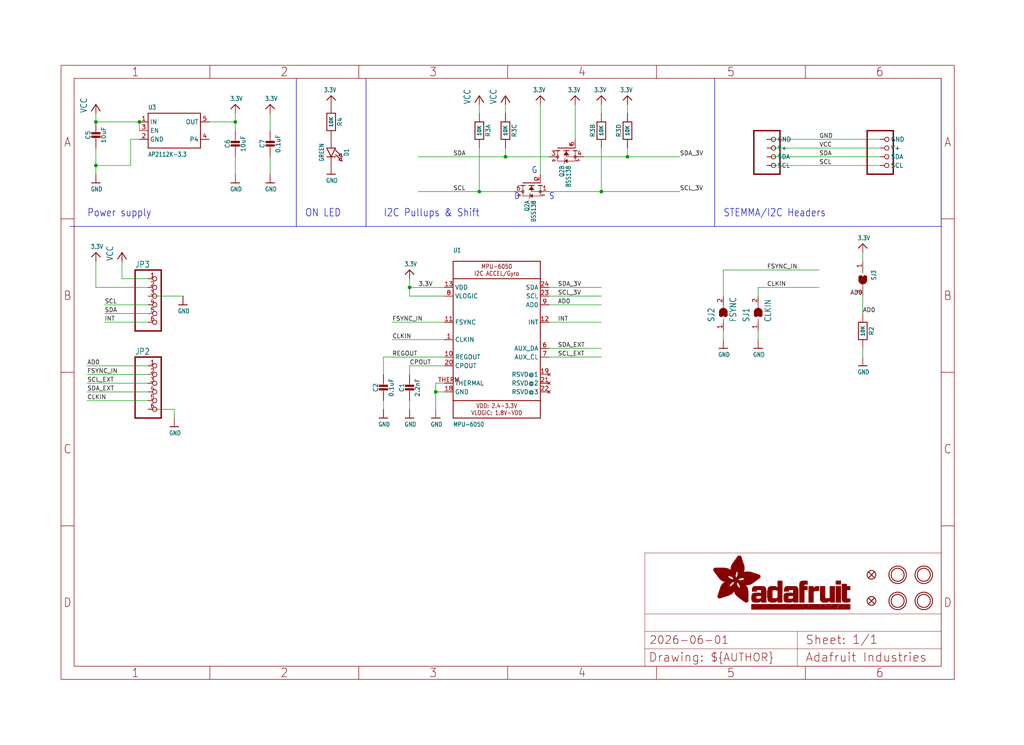
<source format=kicad_sch>
(kicad_sch (version 20230121) (generator eeschema)
  (paper "User" 298.45 217.322)
  (lib_symbols
    (symbol "Adafruit MPU6050-eagle-import:3.3V" (power)
      (property "Value" "3.3V" (at -1.524 1.016 0))
      (symbol "3.3V_1_0"
        (pin power_in line (at 0 -2.54 90) (length 2.54) (name "3.3V") (number "1"))
      )
    )
    (symbol "Adafruit MPU6050-eagle-import:CAP_CERAMIC0603_NO"
      (property "Reference" "C" (at -2.29 1.25 90))
      (symbol "CAP_CERAMIC0603_NO_1_0"
        (pin passive line (at 0 5.08 270) (length 2.54) (name "1") (number "1"))
        (pin passive line (at 0 -2.54 90) (length 2.54) (name "2") (number "2"))
      )
    )
    (symbol "Adafruit MPU6050-eagle-import:CAP_CERAMIC0805-NOOUTLINE"
      (property "Reference" "C" (at -2.29 1.25 90))
      (symbol "CAP_CERAMIC0805-NOOUTLINE_1_0"
        (pin passive line (at 0 5.08 270) (length 2.54) (name "1") (number "1"))
        (pin passive line (at 0 -2.54 90) (length 2.54) (name "2") (number "2"))
      )
    )
    (symbol "Adafruit MPU6050-eagle-import:FIDUCIAL_1MM")
    (symbol "Adafruit MPU6050-eagle-import:FRAME_A4_ADAFRUIT"
      (symbol "FRAME_A4_ADAFRUIT_1_0"
        (text "${#}/${##}" (at 230.505 10.16 0) (effects (font (size 2.54 2.54)) (justify left bottom)))
        (text "${AUTHOR}" (at 189.23 5.08 0) (effects (font (size 2.286 2.286)) (justify left bottom)))
        (text "${CURRENT_DATE}" (at 171.45 10.16 0) (effects (font (size 2.286 2.286)) (justify left bottom)))
        (text "${PROJECTNAME}" (at 171.45 15.24 0) (effects (font (size 2.54 2.54)) (justify left bottom)))
        (text "1" (at 21.6958 1.905 0) (effects (font (size 2.54 2.286))))
        (text "1" (at 21.6958 177.165 0) (effects (font (size 2.54 2.286))))
        (text "2" (at 65.0875 1.905 0) (effects (font (size 2.54 2.286))))
        (text "2" (at 65.0875 177.165 0) (effects (font (size 2.54 2.286))))
        (text "3" (at 108.4792 1.905 0) (effects (font (size 2.54 2.286))))
        (text "3" (at 108.4792 177.165 0) (effects (font (size 2.54 2.286))))
        (text "4" (at 151.8708 1.905 0) (effects (font (size 2.54 2.286))))
        (text "4" (at 151.8708 177.165 0) (effects (font (size 2.54 2.286))))
        (text "5" (at 195.2625 1.905 0) (effects (font (size 2.54 2.286))))
        (text "5" (at 195.2625 177.165 0) (effects (font (size 2.54 2.286))))
        (text "6" (at 238.6542 1.905 0) (effects (font (size 2.54 2.286))))
        (text "6" (at 238.6542 177.165 0) (effects (font (size 2.54 2.286))))
        (text "A" (at 1.905 156.6863 0) (effects (font (size 2.54 2.286))))
        (text "A" (at 258.445 156.6863 0) (effects (font (size 2.54 2.286))))
        (text "Adafruit Industries" (at 216.916 4.953 0) (effects (font (size 2.54 2.54)) (justify left bottom)))
        (text "B" (at 1.905 111.9188 0) (effects (font (size 2.54 2.286))))
        (text "B" (at 258.445 111.9188 0) (effects (font (size 2.54 2.286))))
        (text "C" (at 1.905 67.1513 0) (effects (font (size 2.54 2.286))))
        (text "C" (at 258.445 67.1513 0) (effects (font (size 2.54 2.286))))
        (text "D" (at 1.905 22.3838 0) (effects (font (size 2.54 2.286))))
        (text "D" (at 258.445 22.3838 0) (effects (font (size 2.54 2.286))))
        (text "Drawing:" (at 171.196 4.953 0) (effects (font (size 2.54 2.54)) (justify left bottom)))
        (text "Sheet:" (at 216.916 10.033 0) (effects (font (size 2.54 2.54)) (justify left bottom)))
      )
    )
    (symbol "Adafruit MPU6050-eagle-import:GND" (power)
      (property "Value" "GND" (at -1.524 -2.54 0))
      (symbol "GND_1_0"
        (pin power_in line (at 0 2.54 270) (length 2.54) (name "GND") (number "1"))
      )
    )
    (symbol "Adafruit MPU6050-eagle-import:HEADER-1X670MIL"
      (property "Reference" "JP" (at -6.35 10.795 0))
      (symbol "HEADER-1X670MIL_1_0"
        (pin passive inverted (at -2.54 7.62 0) (length 2.54) (name "1") (number "1"))
        (pin passive inverted (at -2.54 5.08 0) (length 2.54) (name "2") (number "2"))
        (pin passive inverted (at -2.54 2.54 0) (length 2.54) (name "3") (number "3"))
        (pin passive inverted (at -2.54 0 0) (length 2.54) (name "4") (number "4"))
        (pin passive inverted (at -2.54 -2.54 0) (length 2.54) (name "5") (number "5"))
        (pin passive inverted (at -2.54 -5.08 0) (length 2.54) (name "6") (number "6"))
      )
    )
    (symbol "Adafruit MPU6050-eagle-import:HEADER-1X6ROUND"
      (property "Reference" "JP" (at -6.35 10.795 0))
      (symbol "HEADER-1X6ROUND_1_0"
        (pin passive inverted (at -2.54 7.62 0) (length 2.54) (name "1") (number "1"))
        (pin passive inverted (at -2.54 5.08 0) (length 2.54) (name "2") (number "2"))
        (pin passive inverted (at -2.54 2.54 0) (length 2.54) (name "3") (number "3"))
        (pin passive inverted (at -2.54 0 0) (length 2.54) (name "4") (number "4"))
        (pin passive inverted (at -2.54 -2.54 0) (length 2.54) (name "5") (number "5"))
        (pin passive inverted (at -2.54 -5.08 0) (length 2.54) (name "6") (number "6"))
      )
    )
    (symbol "Adafruit MPU6050-eagle-import:LED0603_NOOUTLINE"
      (property "Reference" "D" (at -1.27 4.445 0))
      (symbol "LED0603_NOOUTLINE_1_0"
        (pin passive line (at -5.08 0 0) (length 2.54) (name "A") (number "A"))
        (pin passive line (at 2.54 0 180) (length 2.54) (name "C") (number "C"))
      )
    )
    (symbol "Adafruit MPU6050-eagle-import:MOSFET-N_DUAL"
      (property "Reference" "Q" (at 5.08 0.635 0))
      (symbol "MOSFET-N_DUAL_1_0"
        (text "D" (at 3.175 3.175 0) (effects (font (size 0.8128 0.6908)) (justify left bottom)))
        (text "G" (at -1.27 -1.905 0) (effects (font (size 0.8128 0.6908)) (justify left bottom)))
        (text "S" (at 3.175 -3.81 0) (effects (font (size 0.8128 0.6908)) (justify left bottom)))
        (pin bidirectional line (at 2.54 -5.08 90) (length 2.54) (name "S") (number "1"))
        (pin bidirectional line (at -2.54 -2.54 0) (length 2.54) (name "G") (number "2"))
        (pin bidirectional line (at 2.54 5.08 270) (length 2.54) (name "D") (number "6"))
      )
      (symbol "MOSFET-N_DUAL_2_0"
        (text "D" (at 3.175 3.175 0) (effects (font (size 0.8128 0.6908)) (justify left bottom)))
        (text "G" (at -1.27 -1.905 0) (effects (font (size 0.8128 0.6908)) (justify left bottom)))
        (text "S" (at 3.175 -3.81 0) (effects (font (size 0.8128 0.6908)) (justify left bottom)))
        (pin bidirectional line (at 2.54 5.08 270) (length 2.54) (name "D") (number "3"))
        (pin bidirectional line (at 2.54 -5.08 90) (length 2.54) (name "S") (number "4"))
        (pin bidirectional line (at -2.54 -2.54 0) (length 2.54) (name "G") (number "5"))
      )
    )
    (symbol "Adafruit MPU6050-eagle-import:MOUNTINGHOLE2.5")
    (symbol "Adafruit MPU6050-eagle-import:MPU-6050"
      (property "Reference" "U" (at -12.7 25.4 0))
      (symbol "MPU-6050_1_0"
        (text "MPU-6050\nI2C ACCEL/Gyro" (at 0 20.32 0) (effects (font (size 1.27 1.0795))))
        (text "VDD: 2.4-3.3V\nVLOGIC: 1.8V-VDD" (at 0 -20.32 0) (effects (font (size 1.27 1.0795))))
        (pin input line (at -15.24 0 0) (length 2.54) (name "CLKIN") (number "1"))
        (pin passive line (at -15.24 -5.08 0) (length 2.54) (name "REGOUT") (number "10"))
        (pin input line (at -15.24 5.08 0) (length 2.54) (name "FSYNC") (number "11"))
        (pin output line (at 15.24 5.08 180) (length 2.54) (name "INT") (number "12"))
        (pin power_in line (at -15.24 15.24 0) (length 2.54) (name "VDD") (number "13"))
        (pin power_in line (at -15.24 -15.24 0) (length 2.54) (name "GND") (number "18"))
        (pin no_connect line (at 15.24 -10.16 180) (length 2.54) (name "RSVD@1") (number "19"))
        (pin passive line (at -15.24 -7.62 0) (length 2.54) (name "CPOUT") (number "20"))
        (pin no_connect line (at 15.24 -12.7 180) (length 2.54) (name "RSVD@2") (number "21"))
        (pin no_connect line (at 15.24 -15.24 180) (length 2.54) (name "RSVD@3") (number "22"))
        (pin bidirectional line (at 15.24 12.7 180) (length 2.54) (name "SCL") (number "23"))
        (pin bidirectional line (at 15.24 15.24 180) (length 2.54) (name "SDA") (number "24"))
        (pin bidirectional line (at 15.24 -2.54 180) (length 2.54) (name "AUX_DA") (number "6"))
        (pin bidirectional line (at 15.24 -5.08 180) (length 2.54) (name "AUX_CL") (number "7"))
        (pin power_in line (at -15.24 12.7 0) (length 2.54) (name "VLOGIC") (number "8"))
        (pin input line (at 15.24 10.16 180) (length 2.54) (name "AD0") (number "9"))
        (pin power_in line (at -15.24 -12.7 0) (length 2.54) (name "THERMAL") (number "THERM"))
      )
    )
    (symbol "Adafruit MPU6050-eagle-import:RESISTOR_0603_NOOUT"
      (property "Reference" "R" (at 0 2.54 0))
      (symbol "RESISTOR_0603_NOOUT_1_0"
        (pin passive line (at -5.08 0 0) (length 2.54) (name "1") (number "1"))
        (pin passive line (at 5.08 0 180) (length 2.54) (name "2") (number "2"))
      )
    )
    (symbol "Adafruit MPU6050-eagle-import:RESISTOR_4PACK"
      (property "Reference" "R" (at 0 2.54 0))
      (symbol "RESISTOR_4PACK_1_0"
        (pin passive line (at -5.08 0 0) (length 2.54) (name "1") (number "1"))
        (pin passive line (at 5.08 0 180) (length 2.54) (name "2") (number "8"))
      )
      (symbol "RESISTOR_4PACK_2_0"
        (pin passive line (at -5.08 0 0) (length 2.54) (name "1") (number "2"))
        (pin passive line (at 5.08 0 180) (length 2.54) (name "2") (number "7"))
      )
      (symbol "RESISTOR_4PACK_3_0"
        (pin passive line (at -5.08 0 0) (length 2.54) (name "1") (number "3"))
        (pin passive line (at 5.08 0 180) (length 2.54) (name "2") (number "6"))
      )
      (symbol "RESISTOR_4PACK_4_0"
        (pin passive line (at -5.08 0 0) (length 2.54) (name "1") (number "4"))
        (pin passive line (at 5.08 0 180) (length 2.54) (name "2") (number "5"))
      )
    )
    (symbol "Adafruit MPU6050-eagle-import:SOLDERJUMPER"
      (property "Reference" "SJ" (at -2.54 2.54 0))
      (symbol "SOLDERJUMPER_1_0"
        (pin passive line (at -5.08 0 0) (length 2.54) (name "1") (number "1"))
        (pin passive line (at 5.08 0 180) (length 2.54) (name "2") (number "2"))
      )
    )
    (symbol "Adafruit MPU6050-eagle-import:SOLDERJUMPER_CLOSED"
      (property "Reference" "SJ" (at -2.54 2.54 0))
      (symbol "SOLDERJUMPER_CLOSED_1_0"
        (pin passive line (at -5.08 0 0) (length 2.54) (name "1") (number "1"))
        (pin passive line (at 5.08 0 180) (length 2.54) (name "2") (number "2"))
      )
    )
    (symbol "Adafruit MPU6050-eagle-import:STEMMA_I2C_QT"
      (symbol "STEMMA_I2C_QT_1_0"
        (pin passive inverted (at 0 5.08 0) (length 2.54) (name "GND") (number "1"))
        (pin passive inverted (at 0 2.54 0) (length 2.54) (name "V+") (number "2"))
        (pin passive inverted (at 0 0 0) (length 2.54) (name "SDA") (number "3"))
        (pin passive inverted (at 0 -2.54 0) (length 2.54) (name "SCL") (number "4"))
      )
      (symbol "STEMMA_I2C_QT_2_0"
        (pin bidirectional line (at 0 0 0) (length 5.08) (name "MT") (number "MT1"))
      )
      (symbol "STEMMA_I2C_QT_3_0"
        (pin bidirectional line (at 0 0 0) (length 5.08) (name "MT") (number "MT2"))
      )
    )
    (symbol "Adafruit MPU6050-eagle-import:VCC" (power)
      (property "Value" "VCC" (at -2.54 -2.54 90))
      (symbol "VCC_1_0"
        (pin power_in line (at 0 -2.54 90) (length 2.54) (name "VCC") (number "1"))
      )
    )
    (symbol "Adafruit MPU6050-eagle-import:VREG_SOT23-5"
      (property "Reference" "U" (at -7.62 6.096 0))
      (symbol "VREG_SOT23-5_1_0"
        (pin power_in line (at -10.16 2.54 0) (length 2.54) (name "IN") (number "1"))
        (pin power_in line (at -10.16 -2.54 0) (length 2.54) (name "GND") (number "2"))
        (pin input line (at -10.16 0 0) (length 2.54) (name "EN") (number "3"))
        (pin bidirectional line (at 10.16 -2.54 180) (length 2.54) (name "P4") (number "4"))
        (pin power_in line (at 10.16 2.54 180) (length 2.54) (name "OUT") (number "5"))
      )
    )
  )
  (junction (at 27.94 48.26))
  (junction (at 127 114.3))
  (junction (at 27.94 35.56))
  (junction (at 40.64 35.56))
  (junction (at 182.88 45.72))
  (junction (at 175.26 55.88))
  (junction (at 119.38 83.82))
  (junction (at 147.32 45.72))
  (junction (at 139.7 55.88))
  (junction (at 68.58 35.56))
  (wire (pts (xy 27.94 33.02) (xy 27.94 35.56)) (stroke (width 0.1524)))
  (wire (pts (xy 147.32 45.72) (xy 121.92 45.72)) (stroke (width 0.1524)))
  (wire (pts (xy 175.26 33.02) (xy 175.26 30.48)) (stroke (width 0.1524)))
  (wire (pts (xy 223.52 48.26) (xy 256.54 48.26)) (stroke (width 0.1524)))
  (polyline (pts (xy 274.32 22.86) (xy 274.32 66.04)) (stroke (width 0.1524) (type solid)))
  (wire (pts (xy 40.64 38.1) (xy 40.64 35.56)) (stroke (width 0.1524)))
  (wire (pts (xy 251.46 76.2) (xy 251.46 73.66)) (stroke (width 0.1524)))
  (wire (pts (xy 129.54 99.06) (xy 114.3 99.06)) (stroke (width 0.1524)))
  (wire (pts (xy 220.98 86.36) (xy 220.98 83.82)) (stroke (width 0.1524)))
  (wire (pts (xy 139.7 43.18) (xy 139.7 55.88)) (stroke (width 0.1524)))
  (wire (pts (xy 167.64 40.64) (xy 167.64 30.48)) (stroke (width 0.1524)))
  (wire (pts (xy 127 111.76) (xy 127 114.3)) (stroke (width 0.1524)))
  (wire (pts (xy 170.18 45.72) (xy 182.88 45.72)) (stroke (width 0.1524)))
  (wire (pts (xy 27.94 48.26) (xy 27.94 43.18)) (stroke (width 0.1524)))
  (wire (pts (xy 129.54 86.36) (xy 119.38 86.36)) (stroke (width 0.1524)))
  (wire (pts (xy 238.76 83.82) (xy 220.98 83.82)) (stroke (width 0.1524)))
  (wire (pts (xy 68.58 35.56) (xy 68.58 33.02)) (stroke (width 0.1524)))
  (wire (pts (xy 175.26 43.18) (xy 175.26 55.88)) (stroke (width 0.1524)))
  (wire (pts (xy 127 114.3) (xy 127 119.38)) (stroke (width 0.1524)))
  (polyline (pts (xy 106.68 66.04) (xy 208.28 66.04)) (stroke (width 0.1524) (type solid)))
  (wire (pts (xy 25.4 111.76) (xy 43.18 111.76)) (stroke (width 0.1524)))
  (wire (pts (xy 210.82 86.36) (xy 210.82 78.74)) (stroke (width 0.1524)))
  (wire (pts (xy 251.46 86.36) (xy 251.46 91.44)) (stroke (width 0.1524)))
  (wire (pts (xy 43.18 86.36) (xy 53.34 86.36)) (stroke (width 0.1524)))
  (wire (pts (xy 111.76 116.84) (xy 111.76 119.38)) (stroke (width 0.1524)))
  (wire (pts (xy 25.4 106.68) (xy 43.18 106.68)) (stroke (width 0.1524)))
  (wire (pts (xy 129.54 104.14) (xy 111.76 104.14)) (stroke (width 0.1524)))
  (wire (pts (xy 147.32 43.18) (xy 147.32 45.72)) (stroke (width 0.1524)))
  (wire (pts (xy 40.64 35.56) (xy 27.94 35.56)) (stroke (width 0.1524)))
  (wire (pts (xy 160.02 104.14) (xy 175.26 104.14)) (stroke (width 0.1524)))
  (wire (pts (xy 139.7 55.88) (xy 121.92 55.88)) (stroke (width 0.1524)))
  (wire (pts (xy 160.02 55.88) (xy 175.26 55.88)) (stroke (width 0.1524)))
  (wire (pts (xy 38.1 48.26) (xy 27.94 48.26)) (stroke (width 0.1524)))
  (wire (pts (xy 43.18 91.44) (xy 30.48 91.44)) (stroke (width 0.1524)))
  (polyline (pts (xy 20.32 66.04) (xy 86.36 66.04)) (stroke (width 0.1524) (type solid)))
  (wire (pts (xy 139.7 30.48) (xy 139.7 33.02)) (stroke (width 0.1524)))
  (wire (pts (xy 129.54 83.82) (xy 119.38 83.82)) (stroke (width 0.1524)))
  (wire (pts (xy 256.54 45.72) (xy 223.52 45.72)) (stroke (width 0.1524)))
  (polyline (pts (xy 208.28 66.04) (xy 274.32 66.04)) (stroke (width 0.1524) (type solid)))
  (wire (pts (xy 223.52 43.18) (xy 256.54 43.18)) (stroke (width 0.1524)))
  (wire (pts (xy 78.74 45.72) (xy 78.74 50.8)) (stroke (width 0.1524)))
  (wire (pts (xy 119.38 83.82) (xy 119.38 81.28)) (stroke (width 0.1524)))
  (polyline (pts (xy 106.68 22.86) (xy 106.68 66.04)) (stroke (width 0.1524) (type solid)))
  (wire (pts (xy 43.18 83.82) (xy 27.94 83.82)) (stroke (width 0.1524)))
  (wire (pts (xy 43.18 88.9) (xy 30.48 88.9)) (stroke (width 0.1524)))
  (wire (pts (xy 111.76 104.14) (xy 111.76 109.22)) (stroke (width 0.1524)))
  (wire (pts (xy 160.02 101.6) (xy 175.26 101.6)) (stroke (width 0.1524)))
  (wire (pts (xy 43.18 119.38) (xy 50.8 119.38)) (stroke (width 0.1524)))
  (wire (pts (xy 114.3 93.98) (xy 129.54 93.98)) (stroke (width 0.1524)))
  (wire (pts (xy 160.02 93.98) (xy 175.26 93.98)) (stroke (width 0.1524)))
  (wire (pts (xy 160.02 86.36) (xy 175.26 86.36)) (stroke (width 0.1524)))
  (wire (pts (xy 27.94 48.26) (xy 27.94 50.8)) (stroke (width 0.1524)))
  (polyline (pts (xy 208.28 22.86) (xy 208.28 66.04)) (stroke (width 0.1524) (type solid)))
  (wire (pts (xy 129.54 114.3) (xy 127 114.3)) (stroke (width 0.1524)))
  (wire (pts (xy 43.18 93.98) (xy 30.48 93.98)) (stroke (width 0.1524)))
  (wire (pts (xy 25.4 114.3) (xy 43.18 114.3)) (stroke (width 0.1524)))
  (wire (pts (xy 147.32 33.02) (xy 147.32 30.48)) (stroke (width 0.1524)))
  (wire (pts (xy 182.88 33.02) (xy 182.88 30.48)) (stroke (width 0.1524)))
  (wire (pts (xy 119.38 86.36) (xy 119.38 83.82)) (stroke (width 0.1524)))
  (wire (pts (xy 68.58 35.56) (xy 68.58 38.1)) (stroke (width 0.1524)))
  (polyline (pts (xy 86.36 66.04) (xy 106.68 66.04)) (stroke (width 0.1524) (type solid)))
  (wire (pts (xy 119.38 106.68) (xy 119.38 109.22)) (stroke (width 0.1524)))
  (wire (pts (xy 25.4 109.22) (xy 43.18 109.22)) (stroke (width 0.1524)))
  (wire (pts (xy 60.96 35.56) (xy 68.58 35.56)) (stroke (width 0.1524)))
  (polyline (pts (xy 86.36 22.86) (xy 86.36 66.04)) (stroke (width 0.1524) (type solid)))
  (wire (pts (xy 175.26 55.88) (xy 198.12 55.88)) (stroke (width 0.1524)))
  (wire (pts (xy 157.48 50.8) (xy 157.48 30.48)) (stroke (width 0.1524)))
  (wire (pts (xy 119.38 116.84) (xy 119.38 119.38)) (stroke (width 0.1524)))
  (wire (pts (xy 182.88 43.18) (xy 182.88 45.72)) (stroke (width 0.1524)))
  (wire (pts (xy 35.56 81.28) (xy 35.56 76.2)) (stroke (width 0.1524)))
  (wire (pts (xy 43.18 81.28) (xy 35.56 81.28)) (stroke (width 0.1524)))
  (wire (pts (xy 160.02 88.9) (xy 175.26 88.9)) (stroke (width 0.1524)))
  (wire (pts (xy 43.18 116.84) (xy 25.4 116.84)) (stroke (width 0.1524)))
  (wire (pts (xy 210.82 96.52) (xy 210.82 99.06)) (stroke (width 0.1524)))
  (wire (pts (xy 129.54 106.68) (xy 119.38 106.68)) (stroke (width 0.1524)))
  (wire (pts (xy 160.02 45.72) (xy 147.32 45.72)) (stroke (width 0.1524)))
  (wire (pts (xy 27.94 83.82) (xy 27.94 76.2)) (stroke (width 0.1524)))
  (wire (pts (xy 129.54 111.76) (xy 127 111.76)) (stroke (width 0.1524)))
  (wire (pts (xy 251.46 101.6) (xy 251.46 104.14)) (stroke (width 0.1524)))
  (wire (pts (xy 220.98 96.52) (xy 220.98 99.06)) (stroke (width 0.1524)))
  (wire (pts (xy 256.54 40.64) (xy 223.52 40.64)) (stroke (width 0.1524)))
  (wire (pts (xy 149.86 55.88) (xy 139.7 55.88)) (stroke (width 0.1524)))
  (wire (pts (xy 38.1 40.64) (xy 38.1 48.26)) (stroke (width 0.1524)))
  (wire (pts (xy 50.8 119.38) (xy 50.8 121.92)) (stroke (width 0.1524)))
  (wire (pts (xy 68.58 45.72) (xy 68.58 50.8)) (stroke (width 0.1524)))
  (wire (pts (xy 40.64 40.64) (xy 38.1 40.64)) (stroke (width 0.1524)))
  (wire (pts (xy 210.82 78.74) (xy 238.76 78.74)) (stroke (width 0.1524)))
  (wire (pts (xy 182.88 45.72) (xy 198.12 45.72)) (stroke (width 0.1524)))
  (wire (pts (xy 78.74 33.02) (xy 78.74 38.1)) (stroke (width 0.1524)))
  (wire (pts (xy 160.02 83.82) (xy 175.26 83.82)) (stroke (width 0.1524)))
  (text "G" (at 154.94 50.8 0) (effects (font (size 1.778 1.5113)) (justify left bottom)))
  (text "Power supply" (at 25.4 63.5 0) (effects (font (size 2.1844 1.8567)) (justify left bottom)))
  (text "D" (at 149.86 58.42 0) (effects (font (size 1.778 1.5113)) (justify left bottom)))
  (text "ON LED" (at 88.9 63.5 0) (effects (font (size 2.1844 1.8567)) (justify left bottom)))
  (text "I2C Pullups & Shift" (at 111.76 63.5 0) (effects (font (size 2.1844 1.8567)) (justify left bottom)))
  (text "S" (at 160.02 58.42 0) (effects (font (size 1.778 1.5113)) (justify left bottom)))
  (text "STEMMA/I2C Headers" (at 210.82 63.5 0) (effects (font (size 2.1844 1.8567)) (justify left bottom)))
  (label "GND" (at 238.76 40.64 0) (effects (font (size 1.2446 1.2446))))
  (label "CPOUT" (at 119.38 106.68 0) (effects (font (size 1.2446 1.2446))))
  (label "VCC" (at 238.76 43.18 0) (effects (font (size 1.2446 1.2446))))
  (label "CLKIN" (at 223.52 83.82 0) (effects (font (size 1.2446 1.2446))))
  (label "FSYNC_IN" (at 25.4 109.22 0) (effects (font (size 1.2446 1.2446))))
  (label "SCL_EXT" (at 162.56 104.14 0) (effects (font (size 1.2446 1.2446))))
  (label "AD0" (at 162.56 88.9 0) (effects (font (size 1.2446 1.2446))))
  (label "SCL_3V" (at 162.56 86.36 0) (effects (font (size 1.2446 1.2446))))
  (label "AD0" (at 25.4 106.68 0) (effects (font (size 1.2446 1.2446))))
  (label "SCL" (at 238.76 48.26 0) (effects (font (size 1.2446 1.2446))))
  (label "SDA" (at 132.08 45.72 0) (effects (font (size 1.2446 1.2446))))
  (label "AD0" (at 251.46 86.36 180) (effects (font (size 1.2446 1.2446))))
  (label "SCL" (at 30.48 88.9 0) (effects (font (size 1.2446 1.2446))))
  (label "CLKIN" (at 114.3 99.06 0) (effects (font (size 1.2446 1.2446))))
  (label "SDA_EXT" (at 25.4 114.3 0) (effects (font (size 1.2446 1.2446))))
  (label "REGOUT" (at 114.3 104.14 0) (effects (font (size 1.2446 1.2446))))
  (label "SCL" (at 132.08 55.88 0) (effects (font (size 1.2446 1.2446))))
  (label "CLKIN" (at 25.4 116.84 0) (effects (font (size 1.2446 1.2446))))
  (label "SCL_EXT" (at 25.4 111.76 0) (effects (font (size 1.2446 1.2446))))
  (label "FSYNC_IN" (at 223.52 78.74 0) (effects (font (size 1.2446 1.2446))))
  (label "SDA" (at 30.48 91.44 0) (effects (font (size 1.2446 1.2446))))
  (label "SDA" (at 238.76 45.72 0) (effects (font (size 1.2446 1.2446))))
  (label "SCL_3V" (at 198.12 55.88 0) (effects (font (size 1.2446 1.2446))))
  (label "3.3V" (at 121.92 83.82 0) (effects (font (size 1.2446 1.2446))))
  (label "INT" (at 30.48 93.98 0) (effects (font (size 1.2446 1.2446))))
  (label "SDA_EXT" (at 162.56 101.6 0) (effects (font (size 1.2446 1.2446))))
  (label "AD0" (at 251.46 91.44 0) (effects (font (size 1.2446 1.2446))))
  (label "INT" (at 162.56 93.98 0) (effects (font (size 1.2446 1.2446))))
  (label "FSYNC_IN" (at 114.3 93.98 0) (effects (font (size 1.2446 1.2446))))
  (label "SDA_3V" (at 162.56 83.82 0) (effects (font (size 1.2446 1.2446))))
  (label "SDA_3V" (at 198.12 45.72 0) (effects (font (size 1.2446 1.2446))))
  (symbol (lib_id "Adafruit MPU6050-eagle-import:GND") (at 53.34 88.9 0) (unit 1)
    (property "Reference" "#U$29" (effects hide))
    (property "Value" "GND" (at 51.816 91.44 0) (effects (font (size 1.27 1.0795)) (justify left bottom)))
  )
  (symbol (lib_id "Adafruit MPU6050-eagle-import:MOSFET-N_DUAL") (at 154.94 53.34 90) (mirror x) (unit 1)
    (property "Reference" "Q2" (at 154.305 58.42 0) (effects (font (size 1.27 1.0795)) (justify left bottom)))
    (property "Value" "BSS138" (at 156.21 58.42 0) (effects (font (size 1.27 1.0795)) (justify left bottom)))
    (property "Footprint" "Adafruit MPU6050:SOT363" (effects hide))
  )
  (symbol (lib_id "Adafruit MPU6050-eagle-import:CAP_CERAMIC0805-NOOUTLINE") (at 68.58 43.18 0) (unit 1)
    (property "Reference" "C6" (at 66.29 41.93 90))
    (property "Value" "10uF" (at 70.88 41.93 90))
    (property "Footprint" "Adafruit MPU6050:0805-NO" (effects hide))
  )
  (symbol (lib_id "Adafruit MPU6050-eagle-import:FRAME_A4_ADAFRUIT") (at 17.78 198.12 0) (unit 1)
    (property "Reference" "#U$41" (effects hide))
    (property "Value" "FRAME_A4_ADAFRUIT" (effects hide))
  )
  (symbol (lib_id "Adafruit MPU6050-eagle-import:3.3V") (at 27.94 73.66 0) (unit 1)
    (property "Reference" "#U$38" (effects hide))
    (property "Value" "3.3V" (at 26.416 72.644 0) (effects (font (size 1.27 1.0795)) (justify left bottom)))
  )
  (symbol (lib_id "Adafruit MPU6050-eagle-import:SOLDERJUMPER_CLOSED") (at 220.98 91.44 90) (unit 1)
    (property "Reference" "SJ1" (at 218.44 93.98 0) (effects (font (size 1.778 1.5113)) (justify left bottom)))
    (property "Value" "CLKIN" (at 224.79 93.98 0) (effects (font (size 1.778 1.5113)) (justify left bottom)))
    (property "Footprint" "Adafruit MPU6050:SOLDERJUMPER_CLOSEDWIRE" (effects hide))
  )
  (symbol (lib_id "Adafruit MPU6050-eagle-import:FIDUCIAL_1MM") (at 254 175.26 0) (unit 1)
    (property "Reference" "FID3" (effects hide))
    (property "Value" "FIDUCIAL_1MM" (effects hide))
    (property "Footprint" "Adafruit MPU6050:FIDUCIAL_1MM" (effects hide))
  )
  (symbol (lib_id "Adafruit MPU6050-eagle-import:3.3V") (at 175.26 27.94 0) (mirror y) (unit 1)
    (property "Reference" "#U$35" (effects hide))
    (property "Value" "3.3V" (at 176.784 26.924 0) (effects (font (size 1.27 1.0795)) (justify left bottom)))
  )
  (symbol (lib_id "Adafruit MPU6050-eagle-import:SOLDERJUMPER_CLOSED") (at 210.82 91.44 90) (unit 1)
    (property "Reference" "SJ2" (at 208.28 93.98 0) (effects (font (size 1.778 1.5113)) (justify left bottom)))
    (property "Value" "FSYNC" (at 214.63 93.98 0) (effects (font (size 1.778 1.5113)) (justify left bottom)))
    (property "Footprint" "Adafruit MPU6050:SOLDERJUMPER_CLOSEDWIRE" (effects hide))
  )
  (symbol (lib_id "Adafruit MPU6050-eagle-import:VREG_SOT23-5") (at 50.8 38.1 0) (unit 1)
    (property "Reference" "U3" (at 43.18 32.004 0) (effects (font (size 1.27 1.0795)) (justify left bottom)))
    (property "Value" "AP2112K-3.3" (at 43.18 45.72 0) (effects (font (size 1.27 1.0795)) (justify left bottom)))
    (property "Footprint" "Adafruit MPU6050:SOT23-5" (effects hide))
  )
  (symbol (lib_id "Adafruit MPU6050-eagle-import:GND") (at 50.8 124.46 0) (unit 1)
    (property "Reference" "#U$18" (effects hide))
    (property "Value" "GND" (at 49.276 127 0) (effects (font (size 1.27 1.0795)) (justify left bottom)))
  )
  (symbol (lib_id "Adafruit MPU6050-eagle-import:3.3V") (at 167.64 27.94 0) (mirror y) (unit 1)
    (property "Reference" "#U$37" (effects hide))
    (property "Value" "3.3V" (at 169.164 26.924 0) (effects (font (size 1.27 1.0795)) (justify left bottom)))
  )
  (symbol (lib_id "Adafruit MPU6050-eagle-import:LED0603_NOOUTLINE") (at 96.52 45.72 270) (unit 1)
    (property "Reference" "D1" (at 100.965 44.45 0) (effects (font (size 1.27 1.0795))))
    (property "Value" "GREEN" (at 93.726 44.45 0) (effects (font (size 1.27 1.0795))))
    (property "Footprint" "Adafruit MPU6050:CHIPLED_0603_NOOUTLINE" (effects hide))
  )
  (symbol (lib_id "Adafruit MPU6050-eagle-import:HEADER-1X6ROUND") (at 45.72 114.3 0) (unit 1)
    (property "Reference" "JP2" (at 39.37 103.505 0) (effects (font (size 1.778 1.5113)) (justify left bottom)))
    (property "Value" "HEADER-1X6ROUND" (effects hide))
    (property "Footprint" "Adafruit MPU6050:1X06_ROUND" (effects hide))
  )
  (symbol (lib_id "Adafruit MPU6050-eagle-import:SOLDERJUMPER") (at 251.46 81.28 270) (unit 1)
    (property "Reference" "SJ3" (at 254 78.74 0) (effects (font (size 1.27 1.0795)) (justify left bottom)))
    (property "Value" "SOLDERJUMPER" (effects hide))
    (property "Footprint" "Adafruit MPU6050:SOLDERJUMPER_ARROW_NOPASTE" (effects hide))
  )
  (symbol (lib_id "Adafruit MPU6050-eagle-import:RESISTOR_0603_NOOUT") (at 251.46 96.52 270) (unit 1)
    (property "Reference" "R2" (at 254 96.52 0))
    (property "Value" "10K" (at 251.46 96.52 0) (effects (font (size 1.016 1.016) bold)))
    (property "Footprint" "Adafruit MPU6050:0603-NO" (effects hide))
  )
  (symbol (lib_id "Adafruit MPU6050-eagle-import:3.3V") (at 68.58 30.48 0) (unit 1)
    (property "Reference" "#U$31" (effects hide))
    (property "Value" "3.3V" (at 67.056 29.464 0) (effects (font (size 1.27 1.0795)) (justify left bottom)))
  )
  (symbol (lib_id "Adafruit MPU6050-eagle-import:GND") (at 210.82 101.6 0) (unit 1)
    (property "Reference" "#U$10" (effects hide))
    (property "Value" "GND" (at 209.296 104.14 0) (effects (font (size 1.27 1.0795)) (justify left bottom)))
  )
  (symbol (lib_id "Adafruit MPU6050-eagle-import:RESISTOR_0603_NOOUT") (at 96.52 35.56 270) (unit 1)
    (property "Reference" "R4" (at 99.06 35.56 0))
    (property "Value" "10K" (at 96.52 35.56 0) (effects (font (size 1.016 1.016) bold)))
    (property "Footprint" "Adafruit MPU6050:0603-NO" (effects hide))
  )
  (symbol (lib_id "Adafruit MPU6050-eagle-import:3.3V") (at 119.38 78.74 0) (unit 1)
    (property "Reference" "#U$3" (effects hide))
    (property "Value" "3.3V" (at 117.856 77.724 0) (effects (font (size 1.27 1.0795)) (justify left bottom)))
  )
  (symbol (lib_id "Adafruit MPU6050-eagle-import:RESISTOR_4PACK") (at 175.26 38.1 90) (mirror x) (unit 2)
    (property "Reference" "R3" (at 172.72 38.1 0))
    (property "Value" "10K" (at 175.26 38.1 0) (effects (font (size 1.016 1.016) bold)))
    (property "Footprint" "Adafruit MPU6050:RESPACK_4X0603" (effects hide))
  )
  (symbol (lib_id "Adafruit MPU6050-eagle-import:VCC") (at 139.7 27.94 0) (unit 1)
    (property "Reference" "#P+1" (effects hide))
    (property "Value" "VCC" (at 137.16 30.48 90) (effects (font (size 1.778 1.5113)) (justify left bottom)))
  )
  (symbol (lib_id "Adafruit MPU6050-eagle-import:MOUNTINGHOLE2.5") (at 261.62 175.26 0) (unit 1)
    (property "Reference" "U$39" (effects hide))
    (property "Value" "MOUNTINGHOLE2.5" (effects hide))
    (property "Footprint" "Adafruit MPU6050:MOUNTINGHOLE_2.5_PLATED" (effects hide))
  )
  (symbol (lib_id "Adafruit MPU6050-eagle-import:CAP_CERAMIC0603_NO") (at 119.38 114.3 0) (unit 1)
    (property "Reference" "C1" (at 117.09 113.05 90))
    (property "Value" "2.2nF" (at 121.68 113.05 90))
    (property "Footprint" "Adafruit MPU6050:0603-NO" (effects hide))
  )
  (symbol (lib_id "Adafruit MPU6050-eagle-import:CAP_CERAMIC0603_NO") (at 78.74 43.18 0) (unit 1)
    (property "Reference" "C7" (at 76.45 41.93 90))
    (property "Value" "0.1uF" (at 81.04 41.93 90))
    (property "Footprint" "Adafruit MPU6050:0603-NO" (effects hide))
  )
  (symbol (lib_id "Adafruit MPU6050-eagle-import:GND") (at 68.58 53.34 0) (unit 1)
    (property "Reference" "#U$27" (effects hide))
    (property "Value" "GND" (at 67.056 55.88 0) (effects (font (size 1.27 1.0795)) (justify left bottom)))
  )
  (symbol (lib_id "Adafruit MPU6050-eagle-import:MOUNTINGHOLE2.5") (at 269.24 167.64 0) (unit 1)
    (property "Reference" "U$42" (effects hide))
    (property "Value" "MOUNTINGHOLE2.5" (effects hide))
    (property "Footprint" "Adafruit MPU6050:MOUNTINGHOLE_2.5_PLATED" (effects hide))
  )
  (symbol (lib_id "Adafruit MPU6050-eagle-import:VCC") (at 147.32 27.94 0) (unit 1)
    (property "Reference" "#P+2" (effects hide))
    (property "Value" "VCC" (at 144.78 30.48 90) (effects (font (size 1.778 1.5113)) (justify left bottom)))
  )
  (symbol (lib_id "Adafruit MPU6050-eagle-import:STEMMA_I2C_QT") (at 223.52 45.72 0) (unit 1)
    (property "Reference" "CONN3" (effects hide))
    (property "Value" "STEMMA_I2C_QT" (effects hide))
    (property "Footprint" "Adafruit MPU6050:JST_SH4" (effects hide))
  )
  (symbol (lib_id "Adafruit MPU6050-eagle-import:GND") (at 220.98 101.6 0) (unit 1)
    (property "Reference" "#U$11" (effects hide))
    (property "Value" "GND" (at 219.456 104.14 0) (effects (font (size 1.27 1.0795)) (justify left bottom)))
  )
  (symbol (lib_id "Adafruit MPU6050-eagle-import:RESISTOR_4PACK") (at 147.32 38.1 270) (unit 3)
    (property "Reference" "R3" (at 149.86 38.1 0))
    (property "Value" "10K" (at 147.32 38.1 0) (effects (font (size 1.016 1.016) bold)))
    (property "Footprint" "Adafruit MPU6050:RESPACK_4X0603" (effects hide))
  )
  (symbol (lib_id "Adafruit MPU6050-eagle-import:CAP_CERAMIC0603_NO") (at 111.76 114.3 0) (unit 1)
    (property "Reference" "C2" (at 109.47 113.05 90))
    (property "Value" "0.1uF" (at 114.06 113.05 90))
    (property "Footprint" "Adafruit MPU6050:0603-NO" (effects hide))
  )
  (symbol (lib_id "Adafruit MPU6050-eagle-import:3.3V") (at 96.52 27.94 0) (mirror y) (unit 1)
    (property "Reference" "#U$1" (effects hide))
    (property "Value" "3.3V" (at 98.044 26.924 0) (effects (font (size 1.27 1.0795)) (justify left bottom)))
  )
  (symbol (lib_id "Adafruit MPU6050-eagle-import:MOUNTINGHOLE2.5") (at 269.24 175.26 0) (unit 1)
    (property "Reference" "U$43" (effects hide))
    (property "Value" "MOUNTINGHOLE2.5" (effects hide))
    (property "Footprint" "Adafruit MPU6050:MOUNTINGHOLE_2.5_PLATED" (effects hide))
  )
  (symbol (lib_id "Adafruit MPU6050-eagle-import:GND") (at 251.46 106.68 0) (unit 1)
    (property "Reference" "#U$6" (effects hide))
    (property "Value" "GND" (at 249.936 109.22 0) (effects (font (size 1.27 1.0795)) (justify left bottom)))
  )
  (symbol (lib_id "Adafruit MPU6050-eagle-import:VCC") (at 27.94 30.48 0) (unit 1)
    (property "Reference" "#P+3" (effects hide))
    (property "Value" "VCC" (at 25.4 33.02 90) (effects (font (size 1.778 1.5113)) (justify left bottom)))
  )
  (symbol (lib_id "Adafruit MPU6050-eagle-import:MOSFET-N_DUAL") (at 165.1 43.18 90) (mirror x) (unit 2)
    (property "Reference" "Q2" (at 164.465 48.26 0) (effects (font (size 1.27 1.0795)) (justify left bottom)))
    (property "Value" "BSS138" (at 166.37 48.26 0) (effects (font (size 1.27 1.0795)) (justify left bottom)))
    (property "Footprint" "Adafruit MPU6050:SOT363" (effects hide))
  )
  (symbol (lib_id "Adafruit MPU6050-eagle-import:3.3V") (at 251.46 71.12 0) (unit 1)
    (property "Reference" "#U$4" (effects hide))
    (property "Value" "3.3V" (at 249.936 70.104 0) (effects (font (size 1.27 1.0795)) (justify left bottom)))
  )
  (symbol (lib_id "Adafruit MPU6050-eagle-import:GND") (at 78.74 53.34 0) (unit 1)
    (property "Reference" "#U$28" (effects hide))
    (property "Value" "GND" (at 77.216 55.88 0) (effects (font (size 1.27 1.0795)) (justify left bottom)))
  )
  (symbol (lib_id "Adafruit MPU6050-eagle-import:STEMMA_I2C_QT") (at 256.54 45.72 0) (unit 1)
    (property "Reference" "CONN4" (effects hide))
    (property "Value" "STEMMA_I2C_QT" (effects hide))
    (property "Footprint" "Adafruit MPU6050:JST_SH4" (effects hide))
  )
  (symbol (lib_id "Adafruit MPU6050-eagle-import:HEADER-1X670MIL") (at 45.72 88.9 0) (unit 1)
    (property "Reference" "JP3" (at 39.37 78.105 0) (effects (font (size 1.778 1.5113)) (justify left bottom)))
    (property "Value" "HEADER-1X670MIL" (effects hide))
    (property "Footprint" "Adafruit MPU6050:1X06_ROUND_70" (effects hide))
  )
  (symbol (lib_id "Adafruit MPU6050-eagle-import:RESISTOR_4PACK") (at 139.7 38.1 270) (unit 1)
    (property "Reference" "R3" (at 142.24 38.1 0))
    (property "Value" "10K" (at 139.7 38.1 0) (effects (font (size 1.016 1.016) bold)))
    (property "Footprint" "Adafruit MPU6050:RESPACK_4X0603" (effects hide))
  )
  (symbol (lib_id "Adafruit MPU6050-eagle-import:GND") (at 111.76 121.92 0) (unit 1)
    (property "Reference" "#U$13" (effects hide))
    (property "Value" "GND" (at 110.236 124.46 0) (effects (font (size 1.27 1.0795)) (justify left bottom)))
  )
  (symbol (lib_id "Adafruit MPU6050-eagle-import:3.3V") (at 78.74 30.48 0) (unit 1)
    (property "Reference" "#U$30" (effects hide))
    (property "Value" "3.3V" (at 77.216 29.464 0) (effects (font (size 1.27 1.0795)) (justify left bottom)))
  )
  (symbol (lib_id "Adafruit MPU6050-eagle-import:GND") (at 127 121.92 0) (unit 1)
    (property "Reference" "#U$5" (effects hide))
    (property "Value" "GND" (at 125.476 124.46 0) (effects (font (size 1.27 1.0795)) (justify left bottom)))
  )
  (symbol (lib_id "Adafruit MPU6050-eagle-import:VCC") (at 35.56 73.66 0) (unit 1)
    (property "Reference" "#P+4" (effects hide))
    (property "Value" "VCC" (at 33.02 76.2 90) (effects (font (size 1.778 1.5113)) (justify left bottom)))
  )
  (symbol (lib_id "Adafruit MPU6050-eagle-import:3.3V") (at 157.48 27.94 0) (mirror y) (unit 1)
    (property "Reference" "#U$36" (effects hide))
    (property "Value" "3.3V" (at 159.004 26.924 0) (effects (font (size 1.27 1.0795)) (justify left bottom)))
  )
  (symbol (lib_id "Adafruit MPU6050-eagle-import:GND") (at 27.94 53.34 0) (unit 1)
    (property "Reference" "#U$24" (effects hide))
    (property "Value" "GND" (at 26.416 55.88 0) (effects (font (size 1.27 1.0795)) (justify left bottom)))
  )
  (symbol (lib_id "Adafruit MPU6050-eagle-import:GND") (at 96.52 50.8 0) (unit 1)
    (property "Reference" "#U$2" (effects hide))
    (property "Value" "GND" (at 94.996 53.34 0) (effects (font (size 1.27 1.0795)) (justify left bottom)))
  )
  (symbol (lib_id "Adafruit MPU6050-eagle-import:MOUNTINGHOLE2.5") (at 261.62 167.64 0) (unit 1)
    (property "Reference" "U$40" (effects hide))
    (property "Value" "MOUNTINGHOLE2.5" (effects hide))
    (property "Footprint" "Adafruit MPU6050:MOUNTINGHOLE_2.5_PLATED" (effects hide))
  )
  (symbol (lib_id "Adafruit MPU6050-eagle-import:RESISTOR_4PACK") (at 182.88 38.1 90) (mirror x) (unit 4)
    (property "Reference" "R3" (at 180.34 38.1 0))
    (property "Value" "10K" (at 182.88 38.1 0) (effects (font (size 1.016 1.016) bold)))
    (property "Footprint" "Adafruit MPU6050:RESPACK_4X0603" (effects hide))
  )
  (symbol (lib_id "Adafruit MPU6050-eagle-import:FIDUCIAL_1MM") (at 254 167.64 0) (unit 1)
    (property "Reference" "FID4" (effects hide))
    (property "Value" "FIDUCIAL_1MM" (effects hide))
    (property "Footprint" "Adafruit MPU6050:FIDUCIAL_1MM" (effects hide))
  )
  (symbol (lib_id "Adafruit MPU6050-eagle-import:CAP_CERAMIC0805-NOOUTLINE") (at 27.94 40.64 0) (unit 1)
    (property "Reference" "C5" (at 25.65 39.39 90))
    (property "Value" "10uF" (at 30.24 39.39 90))
    (property "Footprint" "Adafruit MPU6050:0805-NO" (effects hide))
  )
  (symbol (lib_id "Adafruit MPU6050-eagle-import:MPU-6050") (at 144.78 99.06 0) (unit 1)
    (property "Reference" "U1" (at 132.08 73.66 0) (effects (font (size 1.27 1.0795)) (justify left bottom)))
    (property "Value" "MPU-6050" (at 132.08 124.46 0) (effects (font (size 1.27 1.0795)) (justify left bottom)))
    (property "Footprint" "Adafruit MPU6050:QFN24_4MM_SMSC" (effects hide))
  )
  (symbol (lib_id "Adafruit MPU6050-eagle-import:3.3V") (at 182.88 27.94 0) (mirror y) (unit 1)
    (property "Reference" "#U$34" (effects hide))
    (property "Value" "3.3V" (at 184.404 26.924 0) (effects (font (size 1.27 1.0795)) (justify left bottom)))
  )
  (symbol (lib_id "Adafruit MPU6050-eagle-import:GND") (at 119.38 121.92 0) (unit 1)
    (property "Reference" "#U$12" (effects hide))
    (property "Value" "GND" (at 117.856 124.46 0) (effects (font (size 1.27 1.0795)) (justify left bottom)))
  )
)
</source>
